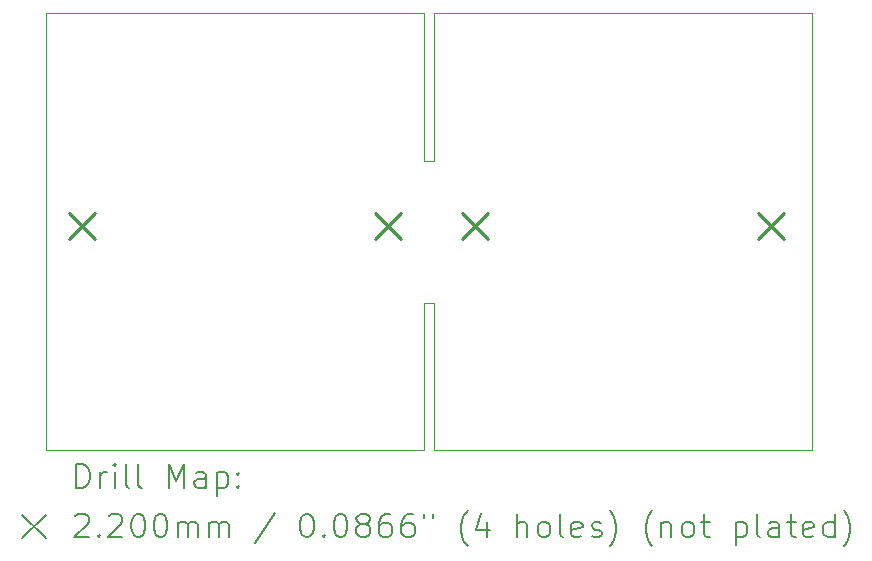
<source format=gbr>
%TF.GenerationSoftware,KiCad,Pcbnew,7.0.8-7.0.8~ubuntu22.04.1*%
%TF.CreationDate,2023-10-22T18:31:15+02:00*%
%TF.ProjectId,extension-cable,65787465-6e73-4696-9f6e-2d6361626c65,rev?*%
%TF.SameCoordinates,Original*%
%TF.FileFunction,Drillmap*%
%TF.FilePolarity,Positive*%
%FSLAX45Y45*%
G04 Gerber Fmt 4.5, Leading zero omitted, Abs format (unit mm)*
G04 Created by KiCad (PCBNEW 7.0.8-7.0.8~ubuntu22.04.1) date 2023-10-22 18:31:15*
%MOMM*%
%LPD*%
G01*
G04 APERTURE LIST*
%ADD10C,0.100000*%
%ADD11C,0.200000*%
%ADD12C,0.220000*%
G04 APERTURE END LIST*
D10*
X14230000Y-9850000D02*
X11030000Y-9850000D01*
X11030000Y-6150000D02*
X11030000Y-7400000D01*
X10950000Y-9850000D02*
X7747000Y-9850000D01*
X11030000Y-8600000D02*
X11030000Y-9850000D01*
X10950000Y-8600000D02*
X10950000Y-9850000D01*
X14230000Y-9850000D02*
X14230000Y-6150000D01*
X10950000Y-7400000D02*
X11030000Y-7400000D01*
X10950000Y-8600000D02*
X11030000Y-8600000D01*
X10950000Y-6150000D02*
X10950000Y-7400000D01*
X11030000Y-6150000D02*
X14230000Y-6150000D01*
X7747000Y-9850000D02*
X7747000Y-6150000D01*
X7747000Y-6150000D02*
X10950000Y-6150000D01*
D11*
D12*
X7944000Y-7836000D02*
X8164000Y-8056000D01*
X8164000Y-7836000D02*
X7944000Y-8056000D01*
X10532000Y-7836000D02*
X10752000Y-8056000D01*
X10752000Y-7836000D02*
X10532000Y-8056000D01*
X11268000Y-7836000D02*
X11488000Y-8056000D01*
X11488000Y-7836000D02*
X11268000Y-8056000D01*
X13771000Y-7836000D02*
X13991000Y-8056000D01*
X13991000Y-7836000D02*
X13771000Y-8056000D01*
D11*
X8002777Y-10166484D02*
X8002777Y-9966484D01*
X8002777Y-9966484D02*
X8050396Y-9966484D01*
X8050396Y-9966484D02*
X8078967Y-9976008D01*
X8078967Y-9976008D02*
X8098015Y-9995055D01*
X8098015Y-9995055D02*
X8107539Y-10014103D01*
X8107539Y-10014103D02*
X8117062Y-10052198D01*
X8117062Y-10052198D02*
X8117062Y-10080770D01*
X8117062Y-10080770D02*
X8107539Y-10118865D01*
X8107539Y-10118865D02*
X8098015Y-10137912D01*
X8098015Y-10137912D02*
X8078967Y-10156960D01*
X8078967Y-10156960D02*
X8050396Y-10166484D01*
X8050396Y-10166484D02*
X8002777Y-10166484D01*
X8202777Y-10166484D02*
X8202777Y-10033150D01*
X8202777Y-10071246D02*
X8212301Y-10052198D01*
X8212301Y-10052198D02*
X8221824Y-10042674D01*
X8221824Y-10042674D02*
X8240872Y-10033150D01*
X8240872Y-10033150D02*
X8259920Y-10033150D01*
X8326586Y-10166484D02*
X8326586Y-10033150D01*
X8326586Y-9966484D02*
X8317062Y-9976008D01*
X8317062Y-9976008D02*
X8326586Y-9985531D01*
X8326586Y-9985531D02*
X8336110Y-9976008D01*
X8336110Y-9976008D02*
X8326586Y-9966484D01*
X8326586Y-9966484D02*
X8326586Y-9985531D01*
X8450396Y-10166484D02*
X8431348Y-10156960D01*
X8431348Y-10156960D02*
X8421824Y-10137912D01*
X8421824Y-10137912D02*
X8421824Y-9966484D01*
X8555158Y-10166484D02*
X8536110Y-10156960D01*
X8536110Y-10156960D02*
X8526586Y-10137912D01*
X8526586Y-10137912D02*
X8526586Y-9966484D01*
X8783729Y-10166484D02*
X8783729Y-9966484D01*
X8783729Y-9966484D02*
X8850396Y-10109341D01*
X8850396Y-10109341D02*
X8917063Y-9966484D01*
X8917063Y-9966484D02*
X8917063Y-10166484D01*
X9098015Y-10166484D02*
X9098015Y-10061722D01*
X9098015Y-10061722D02*
X9088491Y-10042674D01*
X9088491Y-10042674D02*
X9069444Y-10033150D01*
X9069444Y-10033150D02*
X9031348Y-10033150D01*
X9031348Y-10033150D02*
X9012301Y-10042674D01*
X9098015Y-10156960D02*
X9078967Y-10166484D01*
X9078967Y-10166484D02*
X9031348Y-10166484D01*
X9031348Y-10166484D02*
X9012301Y-10156960D01*
X9012301Y-10156960D02*
X9002777Y-10137912D01*
X9002777Y-10137912D02*
X9002777Y-10118865D01*
X9002777Y-10118865D02*
X9012301Y-10099817D01*
X9012301Y-10099817D02*
X9031348Y-10090293D01*
X9031348Y-10090293D02*
X9078967Y-10090293D01*
X9078967Y-10090293D02*
X9098015Y-10080770D01*
X9193253Y-10033150D02*
X9193253Y-10233150D01*
X9193253Y-10042674D02*
X9212301Y-10033150D01*
X9212301Y-10033150D02*
X9250396Y-10033150D01*
X9250396Y-10033150D02*
X9269444Y-10042674D01*
X9269444Y-10042674D02*
X9278967Y-10052198D01*
X9278967Y-10052198D02*
X9288491Y-10071246D01*
X9288491Y-10071246D02*
X9288491Y-10128389D01*
X9288491Y-10128389D02*
X9278967Y-10147436D01*
X9278967Y-10147436D02*
X9269444Y-10156960D01*
X9269444Y-10156960D02*
X9250396Y-10166484D01*
X9250396Y-10166484D02*
X9212301Y-10166484D01*
X9212301Y-10166484D02*
X9193253Y-10156960D01*
X9374205Y-10147436D02*
X9383729Y-10156960D01*
X9383729Y-10156960D02*
X9374205Y-10166484D01*
X9374205Y-10166484D02*
X9364682Y-10156960D01*
X9364682Y-10156960D02*
X9374205Y-10147436D01*
X9374205Y-10147436D02*
X9374205Y-10166484D01*
X9374205Y-10042674D02*
X9383729Y-10052198D01*
X9383729Y-10052198D02*
X9374205Y-10061722D01*
X9374205Y-10061722D02*
X9364682Y-10052198D01*
X9364682Y-10052198D02*
X9374205Y-10042674D01*
X9374205Y-10042674D02*
X9374205Y-10061722D01*
X7542000Y-10395000D02*
X7742000Y-10595000D01*
X7742000Y-10395000D02*
X7542000Y-10595000D01*
X7993253Y-10405531D02*
X8002777Y-10396008D01*
X8002777Y-10396008D02*
X8021824Y-10386484D01*
X8021824Y-10386484D02*
X8069443Y-10386484D01*
X8069443Y-10386484D02*
X8088491Y-10396008D01*
X8088491Y-10396008D02*
X8098015Y-10405531D01*
X8098015Y-10405531D02*
X8107539Y-10424579D01*
X8107539Y-10424579D02*
X8107539Y-10443627D01*
X8107539Y-10443627D02*
X8098015Y-10472198D01*
X8098015Y-10472198D02*
X7983729Y-10586484D01*
X7983729Y-10586484D02*
X8107539Y-10586484D01*
X8193253Y-10567436D02*
X8202777Y-10576960D01*
X8202777Y-10576960D02*
X8193253Y-10586484D01*
X8193253Y-10586484D02*
X8183729Y-10576960D01*
X8183729Y-10576960D02*
X8193253Y-10567436D01*
X8193253Y-10567436D02*
X8193253Y-10586484D01*
X8278967Y-10405531D02*
X8288491Y-10396008D01*
X8288491Y-10396008D02*
X8307539Y-10386484D01*
X8307539Y-10386484D02*
X8355158Y-10386484D01*
X8355158Y-10386484D02*
X8374205Y-10396008D01*
X8374205Y-10396008D02*
X8383729Y-10405531D01*
X8383729Y-10405531D02*
X8393253Y-10424579D01*
X8393253Y-10424579D02*
X8393253Y-10443627D01*
X8393253Y-10443627D02*
X8383729Y-10472198D01*
X8383729Y-10472198D02*
X8269443Y-10586484D01*
X8269443Y-10586484D02*
X8393253Y-10586484D01*
X8517063Y-10386484D02*
X8536110Y-10386484D01*
X8536110Y-10386484D02*
X8555158Y-10396008D01*
X8555158Y-10396008D02*
X8564682Y-10405531D01*
X8564682Y-10405531D02*
X8574205Y-10424579D01*
X8574205Y-10424579D02*
X8583729Y-10462674D01*
X8583729Y-10462674D02*
X8583729Y-10510293D01*
X8583729Y-10510293D02*
X8574205Y-10548389D01*
X8574205Y-10548389D02*
X8564682Y-10567436D01*
X8564682Y-10567436D02*
X8555158Y-10576960D01*
X8555158Y-10576960D02*
X8536110Y-10586484D01*
X8536110Y-10586484D02*
X8517063Y-10586484D01*
X8517063Y-10586484D02*
X8498015Y-10576960D01*
X8498015Y-10576960D02*
X8488491Y-10567436D01*
X8488491Y-10567436D02*
X8478967Y-10548389D01*
X8478967Y-10548389D02*
X8469444Y-10510293D01*
X8469444Y-10510293D02*
X8469444Y-10462674D01*
X8469444Y-10462674D02*
X8478967Y-10424579D01*
X8478967Y-10424579D02*
X8488491Y-10405531D01*
X8488491Y-10405531D02*
X8498015Y-10396008D01*
X8498015Y-10396008D02*
X8517063Y-10386484D01*
X8707539Y-10386484D02*
X8726586Y-10386484D01*
X8726586Y-10386484D02*
X8745634Y-10396008D01*
X8745634Y-10396008D02*
X8755158Y-10405531D01*
X8755158Y-10405531D02*
X8764682Y-10424579D01*
X8764682Y-10424579D02*
X8774205Y-10462674D01*
X8774205Y-10462674D02*
X8774205Y-10510293D01*
X8774205Y-10510293D02*
X8764682Y-10548389D01*
X8764682Y-10548389D02*
X8755158Y-10567436D01*
X8755158Y-10567436D02*
X8745634Y-10576960D01*
X8745634Y-10576960D02*
X8726586Y-10586484D01*
X8726586Y-10586484D02*
X8707539Y-10586484D01*
X8707539Y-10586484D02*
X8688491Y-10576960D01*
X8688491Y-10576960D02*
X8678967Y-10567436D01*
X8678967Y-10567436D02*
X8669444Y-10548389D01*
X8669444Y-10548389D02*
X8659920Y-10510293D01*
X8659920Y-10510293D02*
X8659920Y-10462674D01*
X8659920Y-10462674D02*
X8669444Y-10424579D01*
X8669444Y-10424579D02*
X8678967Y-10405531D01*
X8678967Y-10405531D02*
X8688491Y-10396008D01*
X8688491Y-10396008D02*
X8707539Y-10386484D01*
X8859920Y-10586484D02*
X8859920Y-10453150D01*
X8859920Y-10472198D02*
X8869444Y-10462674D01*
X8869444Y-10462674D02*
X8888491Y-10453150D01*
X8888491Y-10453150D02*
X8917063Y-10453150D01*
X8917063Y-10453150D02*
X8936110Y-10462674D01*
X8936110Y-10462674D02*
X8945634Y-10481722D01*
X8945634Y-10481722D02*
X8945634Y-10586484D01*
X8945634Y-10481722D02*
X8955158Y-10462674D01*
X8955158Y-10462674D02*
X8974205Y-10453150D01*
X8974205Y-10453150D02*
X9002777Y-10453150D01*
X9002777Y-10453150D02*
X9021825Y-10462674D01*
X9021825Y-10462674D02*
X9031348Y-10481722D01*
X9031348Y-10481722D02*
X9031348Y-10586484D01*
X9126586Y-10586484D02*
X9126586Y-10453150D01*
X9126586Y-10472198D02*
X9136110Y-10462674D01*
X9136110Y-10462674D02*
X9155158Y-10453150D01*
X9155158Y-10453150D02*
X9183729Y-10453150D01*
X9183729Y-10453150D02*
X9202777Y-10462674D01*
X9202777Y-10462674D02*
X9212301Y-10481722D01*
X9212301Y-10481722D02*
X9212301Y-10586484D01*
X9212301Y-10481722D02*
X9221825Y-10462674D01*
X9221825Y-10462674D02*
X9240872Y-10453150D01*
X9240872Y-10453150D02*
X9269444Y-10453150D01*
X9269444Y-10453150D02*
X9288491Y-10462674D01*
X9288491Y-10462674D02*
X9298015Y-10481722D01*
X9298015Y-10481722D02*
X9298015Y-10586484D01*
X9688491Y-10376960D02*
X9517063Y-10634103D01*
X9945634Y-10386484D02*
X9964682Y-10386484D01*
X9964682Y-10386484D02*
X9983729Y-10396008D01*
X9983729Y-10396008D02*
X9993253Y-10405531D01*
X9993253Y-10405531D02*
X10002777Y-10424579D01*
X10002777Y-10424579D02*
X10012301Y-10462674D01*
X10012301Y-10462674D02*
X10012301Y-10510293D01*
X10012301Y-10510293D02*
X10002777Y-10548389D01*
X10002777Y-10548389D02*
X9993253Y-10567436D01*
X9993253Y-10567436D02*
X9983729Y-10576960D01*
X9983729Y-10576960D02*
X9964682Y-10586484D01*
X9964682Y-10586484D02*
X9945634Y-10586484D01*
X9945634Y-10586484D02*
X9926587Y-10576960D01*
X9926587Y-10576960D02*
X9917063Y-10567436D01*
X9917063Y-10567436D02*
X9907539Y-10548389D01*
X9907539Y-10548389D02*
X9898015Y-10510293D01*
X9898015Y-10510293D02*
X9898015Y-10462674D01*
X9898015Y-10462674D02*
X9907539Y-10424579D01*
X9907539Y-10424579D02*
X9917063Y-10405531D01*
X9917063Y-10405531D02*
X9926587Y-10396008D01*
X9926587Y-10396008D02*
X9945634Y-10386484D01*
X10098015Y-10567436D02*
X10107539Y-10576960D01*
X10107539Y-10576960D02*
X10098015Y-10586484D01*
X10098015Y-10586484D02*
X10088491Y-10576960D01*
X10088491Y-10576960D02*
X10098015Y-10567436D01*
X10098015Y-10567436D02*
X10098015Y-10586484D01*
X10231348Y-10386484D02*
X10250396Y-10386484D01*
X10250396Y-10386484D02*
X10269444Y-10396008D01*
X10269444Y-10396008D02*
X10278968Y-10405531D01*
X10278968Y-10405531D02*
X10288491Y-10424579D01*
X10288491Y-10424579D02*
X10298015Y-10462674D01*
X10298015Y-10462674D02*
X10298015Y-10510293D01*
X10298015Y-10510293D02*
X10288491Y-10548389D01*
X10288491Y-10548389D02*
X10278968Y-10567436D01*
X10278968Y-10567436D02*
X10269444Y-10576960D01*
X10269444Y-10576960D02*
X10250396Y-10586484D01*
X10250396Y-10586484D02*
X10231348Y-10586484D01*
X10231348Y-10586484D02*
X10212301Y-10576960D01*
X10212301Y-10576960D02*
X10202777Y-10567436D01*
X10202777Y-10567436D02*
X10193253Y-10548389D01*
X10193253Y-10548389D02*
X10183729Y-10510293D01*
X10183729Y-10510293D02*
X10183729Y-10462674D01*
X10183729Y-10462674D02*
X10193253Y-10424579D01*
X10193253Y-10424579D02*
X10202777Y-10405531D01*
X10202777Y-10405531D02*
X10212301Y-10396008D01*
X10212301Y-10396008D02*
X10231348Y-10386484D01*
X10412301Y-10472198D02*
X10393253Y-10462674D01*
X10393253Y-10462674D02*
X10383729Y-10453150D01*
X10383729Y-10453150D02*
X10374206Y-10434103D01*
X10374206Y-10434103D02*
X10374206Y-10424579D01*
X10374206Y-10424579D02*
X10383729Y-10405531D01*
X10383729Y-10405531D02*
X10393253Y-10396008D01*
X10393253Y-10396008D02*
X10412301Y-10386484D01*
X10412301Y-10386484D02*
X10450396Y-10386484D01*
X10450396Y-10386484D02*
X10469444Y-10396008D01*
X10469444Y-10396008D02*
X10478968Y-10405531D01*
X10478968Y-10405531D02*
X10488491Y-10424579D01*
X10488491Y-10424579D02*
X10488491Y-10434103D01*
X10488491Y-10434103D02*
X10478968Y-10453150D01*
X10478968Y-10453150D02*
X10469444Y-10462674D01*
X10469444Y-10462674D02*
X10450396Y-10472198D01*
X10450396Y-10472198D02*
X10412301Y-10472198D01*
X10412301Y-10472198D02*
X10393253Y-10481722D01*
X10393253Y-10481722D02*
X10383729Y-10491246D01*
X10383729Y-10491246D02*
X10374206Y-10510293D01*
X10374206Y-10510293D02*
X10374206Y-10548389D01*
X10374206Y-10548389D02*
X10383729Y-10567436D01*
X10383729Y-10567436D02*
X10393253Y-10576960D01*
X10393253Y-10576960D02*
X10412301Y-10586484D01*
X10412301Y-10586484D02*
X10450396Y-10586484D01*
X10450396Y-10586484D02*
X10469444Y-10576960D01*
X10469444Y-10576960D02*
X10478968Y-10567436D01*
X10478968Y-10567436D02*
X10488491Y-10548389D01*
X10488491Y-10548389D02*
X10488491Y-10510293D01*
X10488491Y-10510293D02*
X10478968Y-10491246D01*
X10478968Y-10491246D02*
X10469444Y-10481722D01*
X10469444Y-10481722D02*
X10450396Y-10472198D01*
X10659920Y-10386484D02*
X10621825Y-10386484D01*
X10621825Y-10386484D02*
X10602777Y-10396008D01*
X10602777Y-10396008D02*
X10593253Y-10405531D01*
X10593253Y-10405531D02*
X10574206Y-10434103D01*
X10574206Y-10434103D02*
X10564682Y-10472198D01*
X10564682Y-10472198D02*
X10564682Y-10548389D01*
X10564682Y-10548389D02*
X10574206Y-10567436D01*
X10574206Y-10567436D02*
X10583729Y-10576960D01*
X10583729Y-10576960D02*
X10602777Y-10586484D01*
X10602777Y-10586484D02*
X10640872Y-10586484D01*
X10640872Y-10586484D02*
X10659920Y-10576960D01*
X10659920Y-10576960D02*
X10669444Y-10567436D01*
X10669444Y-10567436D02*
X10678968Y-10548389D01*
X10678968Y-10548389D02*
X10678968Y-10500770D01*
X10678968Y-10500770D02*
X10669444Y-10481722D01*
X10669444Y-10481722D02*
X10659920Y-10472198D01*
X10659920Y-10472198D02*
X10640872Y-10462674D01*
X10640872Y-10462674D02*
X10602777Y-10462674D01*
X10602777Y-10462674D02*
X10583729Y-10472198D01*
X10583729Y-10472198D02*
X10574206Y-10481722D01*
X10574206Y-10481722D02*
X10564682Y-10500770D01*
X10850396Y-10386484D02*
X10812301Y-10386484D01*
X10812301Y-10386484D02*
X10793253Y-10396008D01*
X10793253Y-10396008D02*
X10783729Y-10405531D01*
X10783729Y-10405531D02*
X10764682Y-10434103D01*
X10764682Y-10434103D02*
X10755158Y-10472198D01*
X10755158Y-10472198D02*
X10755158Y-10548389D01*
X10755158Y-10548389D02*
X10764682Y-10567436D01*
X10764682Y-10567436D02*
X10774206Y-10576960D01*
X10774206Y-10576960D02*
X10793253Y-10586484D01*
X10793253Y-10586484D02*
X10831349Y-10586484D01*
X10831349Y-10586484D02*
X10850396Y-10576960D01*
X10850396Y-10576960D02*
X10859920Y-10567436D01*
X10859920Y-10567436D02*
X10869444Y-10548389D01*
X10869444Y-10548389D02*
X10869444Y-10500770D01*
X10869444Y-10500770D02*
X10859920Y-10481722D01*
X10859920Y-10481722D02*
X10850396Y-10472198D01*
X10850396Y-10472198D02*
X10831349Y-10462674D01*
X10831349Y-10462674D02*
X10793253Y-10462674D01*
X10793253Y-10462674D02*
X10774206Y-10472198D01*
X10774206Y-10472198D02*
X10764682Y-10481722D01*
X10764682Y-10481722D02*
X10755158Y-10500770D01*
X10945634Y-10386484D02*
X10945634Y-10424579D01*
X11021825Y-10386484D02*
X11021825Y-10424579D01*
X11317063Y-10662674D02*
X11307539Y-10653150D01*
X11307539Y-10653150D02*
X11288491Y-10624579D01*
X11288491Y-10624579D02*
X11278968Y-10605531D01*
X11278968Y-10605531D02*
X11269444Y-10576960D01*
X11269444Y-10576960D02*
X11259920Y-10529341D01*
X11259920Y-10529341D02*
X11259920Y-10491246D01*
X11259920Y-10491246D02*
X11269444Y-10443627D01*
X11269444Y-10443627D02*
X11278968Y-10415055D01*
X11278968Y-10415055D02*
X11288491Y-10396008D01*
X11288491Y-10396008D02*
X11307539Y-10367436D01*
X11307539Y-10367436D02*
X11317063Y-10357912D01*
X11478968Y-10453150D02*
X11478968Y-10586484D01*
X11431348Y-10376960D02*
X11383729Y-10519817D01*
X11383729Y-10519817D02*
X11507539Y-10519817D01*
X11736110Y-10586484D02*
X11736110Y-10386484D01*
X11821825Y-10586484D02*
X11821825Y-10481722D01*
X11821825Y-10481722D02*
X11812301Y-10462674D01*
X11812301Y-10462674D02*
X11793253Y-10453150D01*
X11793253Y-10453150D02*
X11764682Y-10453150D01*
X11764682Y-10453150D02*
X11745634Y-10462674D01*
X11745634Y-10462674D02*
X11736110Y-10472198D01*
X11945634Y-10586484D02*
X11926587Y-10576960D01*
X11926587Y-10576960D02*
X11917063Y-10567436D01*
X11917063Y-10567436D02*
X11907539Y-10548389D01*
X11907539Y-10548389D02*
X11907539Y-10491246D01*
X11907539Y-10491246D02*
X11917063Y-10472198D01*
X11917063Y-10472198D02*
X11926587Y-10462674D01*
X11926587Y-10462674D02*
X11945634Y-10453150D01*
X11945634Y-10453150D02*
X11974206Y-10453150D01*
X11974206Y-10453150D02*
X11993253Y-10462674D01*
X11993253Y-10462674D02*
X12002777Y-10472198D01*
X12002777Y-10472198D02*
X12012301Y-10491246D01*
X12012301Y-10491246D02*
X12012301Y-10548389D01*
X12012301Y-10548389D02*
X12002777Y-10567436D01*
X12002777Y-10567436D02*
X11993253Y-10576960D01*
X11993253Y-10576960D02*
X11974206Y-10586484D01*
X11974206Y-10586484D02*
X11945634Y-10586484D01*
X12126587Y-10586484D02*
X12107539Y-10576960D01*
X12107539Y-10576960D02*
X12098015Y-10557912D01*
X12098015Y-10557912D02*
X12098015Y-10386484D01*
X12278968Y-10576960D02*
X12259920Y-10586484D01*
X12259920Y-10586484D02*
X12221825Y-10586484D01*
X12221825Y-10586484D02*
X12202777Y-10576960D01*
X12202777Y-10576960D02*
X12193253Y-10557912D01*
X12193253Y-10557912D02*
X12193253Y-10481722D01*
X12193253Y-10481722D02*
X12202777Y-10462674D01*
X12202777Y-10462674D02*
X12221825Y-10453150D01*
X12221825Y-10453150D02*
X12259920Y-10453150D01*
X12259920Y-10453150D02*
X12278968Y-10462674D01*
X12278968Y-10462674D02*
X12288491Y-10481722D01*
X12288491Y-10481722D02*
X12288491Y-10500770D01*
X12288491Y-10500770D02*
X12193253Y-10519817D01*
X12364682Y-10576960D02*
X12383730Y-10586484D01*
X12383730Y-10586484D02*
X12421825Y-10586484D01*
X12421825Y-10586484D02*
X12440872Y-10576960D01*
X12440872Y-10576960D02*
X12450396Y-10557912D01*
X12450396Y-10557912D02*
X12450396Y-10548389D01*
X12450396Y-10548389D02*
X12440872Y-10529341D01*
X12440872Y-10529341D02*
X12421825Y-10519817D01*
X12421825Y-10519817D02*
X12393253Y-10519817D01*
X12393253Y-10519817D02*
X12374206Y-10510293D01*
X12374206Y-10510293D02*
X12364682Y-10491246D01*
X12364682Y-10491246D02*
X12364682Y-10481722D01*
X12364682Y-10481722D02*
X12374206Y-10462674D01*
X12374206Y-10462674D02*
X12393253Y-10453150D01*
X12393253Y-10453150D02*
X12421825Y-10453150D01*
X12421825Y-10453150D02*
X12440872Y-10462674D01*
X12517063Y-10662674D02*
X12526587Y-10653150D01*
X12526587Y-10653150D02*
X12545634Y-10624579D01*
X12545634Y-10624579D02*
X12555158Y-10605531D01*
X12555158Y-10605531D02*
X12564682Y-10576960D01*
X12564682Y-10576960D02*
X12574206Y-10529341D01*
X12574206Y-10529341D02*
X12574206Y-10491246D01*
X12574206Y-10491246D02*
X12564682Y-10443627D01*
X12564682Y-10443627D02*
X12555158Y-10415055D01*
X12555158Y-10415055D02*
X12545634Y-10396008D01*
X12545634Y-10396008D02*
X12526587Y-10367436D01*
X12526587Y-10367436D02*
X12517063Y-10357912D01*
X12878968Y-10662674D02*
X12869444Y-10653150D01*
X12869444Y-10653150D02*
X12850396Y-10624579D01*
X12850396Y-10624579D02*
X12840872Y-10605531D01*
X12840872Y-10605531D02*
X12831349Y-10576960D01*
X12831349Y-10576960D02*
X12821825Y-10529341D01*
X12821825Y-10529341D02*
X12821825Y-10491246D01*
X12821825Y-10491246D02*
X12831349Y-10443627D01*
X12831349Y-10443627D02*
X12840872Y-10415055D01*
X12840872Y-10415055D02*
X12850396Y-10396008D01*
X12850396Y-10396008D02*
X12869444Y-10367436D01*
X12869444Y-10367436D02*
X12878968Y-10357912D01*
X12955158Y-10453150D02*
X12955158Y-10586484D01*
X12955158Y-10472198D02*
X12964682Y-10462674D01*
X12964682Y-10462674D02*
X12983730Y-10453150D01*
X12983730Y-10453150D02*
X13012301Y-10453150D01*
X13012301Y-10453150D02*
X13031349Y-10462674D01*
X13031349Y-10462674D02*
X13040872Y-10481722D01*
X13040872Y-10481722D02*
X13040872Y-10586484D01*
X13164682Y-10586484D02*
X13145634Y-10576960D01*
X13145634Y-10576960D02*
X13136111Y-10567436D01*
X13136111Y-10567436D02*
X13126587Y-10548389D01*
X13126587Y-10548389D02*
X13126587Y-10491246D01*
X13126587Y-10491246D02*
X13136111Y-10472198D01*
X13136111Y-10472198D02*
X13145634Y-10462674D01*
X13145634Y-10462674D02*
X13164682Y-10453150D01*
X13164682Y-10453150D02*
X13193253Y-10453150D01*
X13193253Y-10453150D02*
X13212301Y-10462674D01*
X13212301Y-10462674D02*
X13221825Y-10472198D01*
X13221825Y-10472198D02*
X13231349Y-10491246D01*
X13231349Y-10491246D02*
X13231349Y-10548389D01*
X13231349Y-10548389D02*
X13221825Y-10567436D01*
X13221825Y-10567436D02*
X13212301Y-10576960D01*
X13212301Y-10576960D02*
X13193253Y-10586484D01*
X13193253Y-10586484D02*
X13164682Y-10586484D01*
X13288492Y-10453150D02*
X13364682Y-10453150D01*
X13317063Y-10386484D02*
X13317063Y-10557912D01*
X13317063Y-10557912D02*
X13326587Y-10576960D01*
X13326587Y-10576960D02*
X13345634Y-10586484D01*
X13345634Y-10586484D02*
X13364682Y-10586484D01*
X13583730Y-10453150D02*
X13583730Y-10653150D01*
X13583730Y-10462674D02*
X13602777Y-10453150D01*
X13602777Y-10453150D02*
X13640873Y-10453150D01*
X13640873Y-10453150D02*
X13659920Y-10462674D01*
X13659920Y-10462674D02*
X13669444Y-10472198D01*
X13669444Y-10472198D02*
X13678968Y-10491246D01*
X13678968Y-10491246D02*
X13678968Y-10548389D01*
X13678968Y-10548389D02*
X13669444Y-10567436D01*
X13669444Y-10567436D02*
X13659920Y-10576960D01*
X13659920Y-10576960D02*
X13640873Y-10586484D01*
X13640873Y-10586484D02*
X13602777Y-10586484D01*
X13602777Y-10586484D02*
X13583730Y-10576960D01*
X13793253Y-10586484D02*
X13774206Y-10576960D01*
X13774206Y-10576960D02*
X13764682Y-10557912D01*
X13764682Y-10557912D02*
X13764682Y-10386484D01*
X13955158Y-10586484D02*
X13955158Y-10481722D01*
X13955158Y-10481722D02*
X13945634Y-10462674D01*
X13945634Y-10462674D02*
X13926587Y-10453150D01*
X13926587Y-10453150D02*
X13888492Y-10453150D01*
X13888492Y-10453150D02*
X13869444Y-10462674D01*
X13955158Y-10576960D02*
X13936111Y-10586484D01*
X13936111Y-10586484D02*
X13888492Y-10586484D01*
X13888492Y-10586484D02*
X13869444Y-10576960D01*
X13869444Y-10576960D02*
X13859920Y-10557912D01*
X13859920Y-10557912D02*
X13859920Y-10538865D01*
X13859920Y-10538865D02*
X13869444Y-10519817D01*
X13869444Y-10519817D02*
X13888492Y-10510293D01*
X13888492Y-10510293D02*
X13936111Y-10510293D01*
X13936111Y-10510293D02*
X13955158Y-10500770D01*
X14021825Y-10453150D02*
X14098015Y-10453150D01*
X14050396Y-10386484D02*
X14050396Y-10557912D01*
X14050396Y-10557912D02*
X14059920Y-10576960D01*
X14059920Y-10576960D02*
X14078968Y-10586484D01*
X14078968Y-10586484D02*
X14098015Y-10586484D01*
X14240873Y-10576960D02*
X14221825Y-10586484D01*
X14221825Y-10586484D02*
X14183730Y-10586484D01*
X14183730Y-10586484D02*
X14164682Y-10576960D01*
X14164682Y-10576960D02*
X14155158Y-10557912D01*
X14155158Y-10557912D02*
X14155158Y-10481722D01*
X14155158Y-10481722D02*
X14164682Y-10462674D01*
X14164682Y-10462674D02*
X14183730Y-10453150D01*
X14183730Y-10453150D02*
X14221825Y-10453150D01*
X14221825Y-10453150D02*
X14240873Y-10462674D01*
X14240873Y-10462674D02*
X14250396Y-10481722D01*
X14250396Y-10481722D02*
X14250396Y-10500770D01*
X14250396Y-10500770D02*
X14155158Y-10519817D01*
X14421825Y-10586484D02*
X14421825Y-10386484D01*
X14421825Y-10576960D02*
X14402777Y-10586484D01*
X14402777Y-10586484D02*
X14364682Y-10586484D01*
X14364682Y-10586484D02*
X14345634Y-10576960D01*
X14345634Y-10576960D02*
X14336111Y-10567436D01*
X14336111Y-10567436D02*
X14326587Y-10548389D01*
X14326587Y-10548389D02*
X14326587Y-10491246D01*
X14326587Y-10491246D02*
X14336111Y-10472198D01*
X14336111Y-10472198D02*
X14345634Y-10462674D01*
X14345634Y-10462674D02*
X14364682Y-10453150D01*
X14364682Y-10453150D02*
X14402777Y-10453150D01*
X14402777Y-10453150D02*
X14421825Y-10462674D01*
X14498015Y-10662674D02*
X14507539Y-10653150D01*
X14507539Y-10653150D02*
X14526587Y-10624579D01*
X14526587Y-10624579D02*
X14536111Y-10605531D01*
X14536111Y-10605531D02*
X14545634Y-10576960D01*
X14545634Y-10576960D02*
X14555158Y-10529341D01*
X14555158Y-10529341D02*
X14555158Y-10491246D01*
X14555158Y-10491246D02*
X14545634Y-10443627D01*
X14545634Y-10443627D02*
X14536111Y-10415055D01*
X14536111Y-10415055D02*
X14526587Y-10396008D01*
X14526587Y-10396008D02*
X14507539Y-10367436D01*
X14507539Y-10367436D02*
X14498015Y-10357912D01*
M02*

</source>
